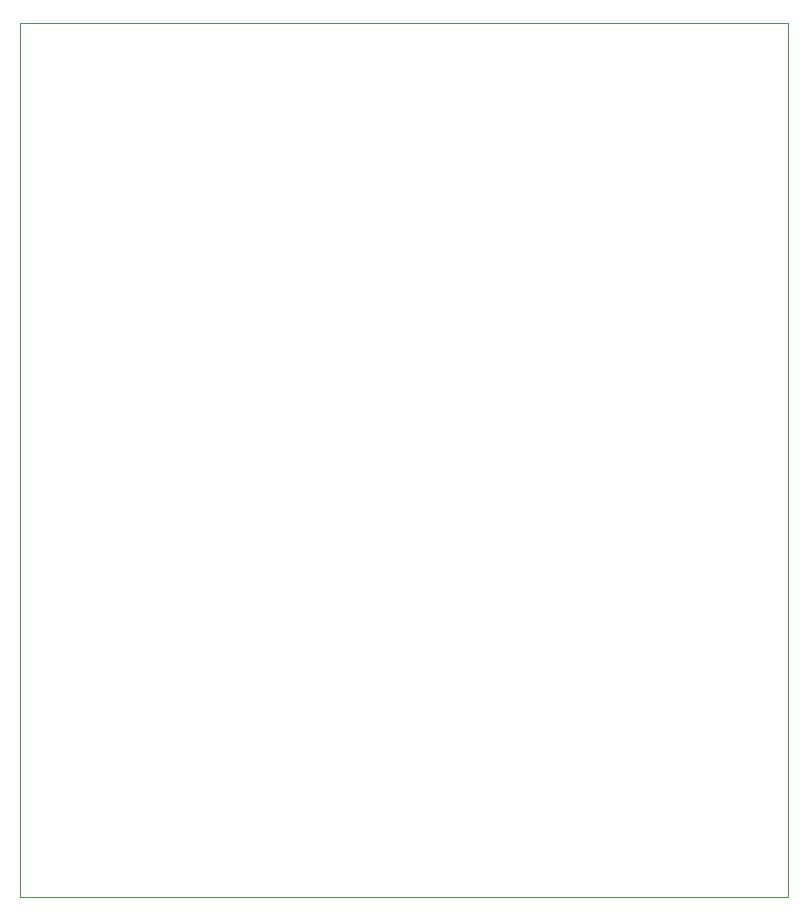
<source format=gbr>
%TF.GenerationSoftware,KiCad,Pcbnew,8.0.4*%
%TF.CreationDate,2024-09-10T22:23:10+08:00*%
%TF.ProjectId,sx70battery,73783730-6261-4747-9465-72792e6b6963,2*%
%TF.SameCoordinates,Original*%
%TF.FileFunction,Profile,NP*%
%FSLAX46Y46*%
G04 Gerber Fmt 4.6, Leading zero omitted, Abs format (unit mm)*
G04 Created by KiCad (PCBNEW 8.0.4) date 2024-09-10 22:23:10*
%MOMM*%
%LPD*%
G01*
G04 APERTURE LIST*
%TA.AperFunction,Profile*%
%ADD10C,0.100000*%
%TD*%
G04 APERTURE END LIST*
D10*
X115000000Y-51000000D02*
X180000000Y-51000000D01*
X180000000Y-125000000D01*
X115000000Y-125000000D01*
X115000000Y-51000000D01*
M02*

</source>
